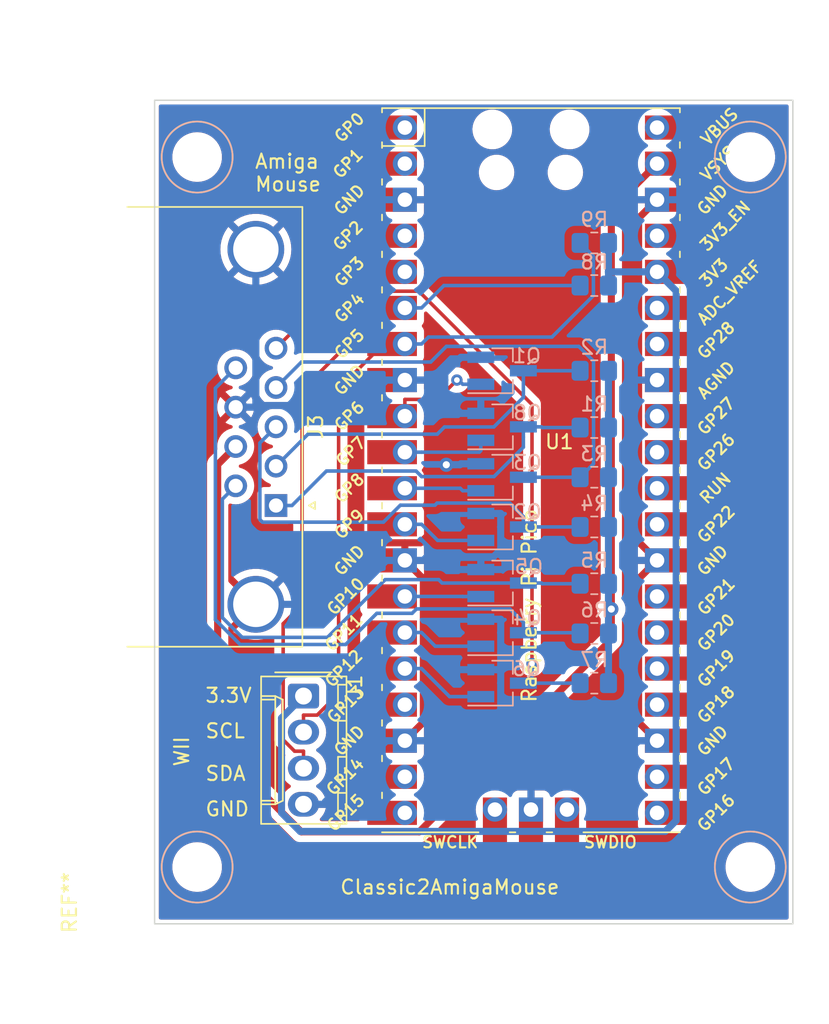
<source format=kicad_pcb>
(kicad_pcb (version 20221018) (generator pcbnew)
  (layers (0 "F.Cu" signal) (31 "B.Cu" signal) (34 "B.Paste" user) (35 "F.Paste" user) (36 "B.SilkS" user "B.Silkscreen") (37 "F.SilkS" user "F.Silkscreen") (38 "B.Mask" user) (39 "F.Mask" user) (44 "Edge.Cuts" user))
  (net 0 "")
  (net 1 "+3.3V")
  (net 2 "SCL")
  (net 3 "SDA")
  (net 4 "GND")
  (net 5 "AMIGA_V_PULSE")
  (net 6 "AMIGA_H_PULSE")
  (net 7 "AMIGA_VQ_PULSE")
  (net 8 "AMIGA_HQ_PULSE")
  (net 9 "AMIGA_BUTTON3_M")
  (net 10 "AMIGA_BUTTON1_L")
  (net 11 "+5V")
  (net 12 "AMIGA_BUTTON2_R")
  (net 13 "PICO_H_PULSE")
  (net 14 "PICO_VQ_PULSE")
  (net 15 "PICO_HQ_PULSE")
  (net 16 "PICO_BUTTON2_R")
  (net 17 "PICO_BUTTON1_L")
  (net 18 "PICO_BUTTON3_M")
  (net 19 "PICO_V_PULSE")
  (footprint "MCU_RaspberryPi_and_Boards:RPi_Pico_SMD_TH" (layer "F.Cu") (at 69.535 67.055)
    (fp_text reference "U1" (at 2 -2) (layer "F.SilkS"))
    (fp_text value "Pico")
    (fp_text user "GP12" (at -13.2 13.97 45) (layer "F.SilkS") (effects (font (size 0.8 0.8))))
    (fp_text user "SWCLK" (at -5.7 26.2) (layer "F.SilkS") (effects (font (size 0.8 0.8))))
    (fp_text user "ADC_VREF" (at 14 -12.5 45) (layer "F.SilkS") (effects (font (size 0.8 0.8))))
    (fp_text user "GP13" (at -13.054 16.51 45) (layer "F.SilkS") (effects (font (size 0.8 0.8))))
    (fp_text user "GND" (at -12.8 -6.35 45) (layer "F.SilkS") (effects (font (size 0.8 0.8))))
    (fp_text user "GP22" (at 13.054 3.81 45) (layer "F.SilkS") (effects (font (size 0.8 0.8))))
    (fp_text user "GP18" (at 13.054 16.51 45) (layer "F.SilkS") (effects (font (size 0.8 0.8))))
    (fp_text user "GP8" (at -12.8 1.27 45) (layer "F.SilkS") (effects (font (size 0.8 0.8))))
    (fp_text user "GP21" (at 13.054 8.9 45) (layer "F.SilkS") (effects (font (size 0.8 0.8))))
    (fp_text user "GP10" (at -13.054 8.89 45) (layer "F.SilkS") (effects (font (size 0.8 0.8))))
    (fp_text user "VBUS" (at 13.3 -24.2 45) (layer "F.SilkS") (effects (font (size 0.8 0.8))))
    (fp_text user "GND" (at 12.8 6.35 45) (layer "F.SilkS") (effects (font (size 0.8 0.8))))
    (fp_text user "GP20" (at 13.054 11.43 45) (layer "F.SilkS") (effects (font (size 0.8 0.8))))
    (fp_text user "GP6" (at -12.8 -3.81 45) (layer "F.SilkS") (effects (font (size 0.8 0.8))))
    (fp_text user "GP14" (at -13.1 21.59 45) (layer "F.SilkS") (effects (font (size 0.8 0.8))))
    (fp_text user "GND" (at -12.8 6.35 45) (layer "F.SilkS") (effects (font (size 0.8 0.8))))
    (fp_text user "GND" (at -12.8 19.05 45) (layer "F.SilkS") (effects (font (size 0.8 0.8))))
    (fp_text user "SWDIO" (at 5.6 26.2) (layer "F.SilkS") (effects (font (size 0.8 0.8))))
    (fp_text user "RUN" (at 13 1.27 45) (layer "F.SilkS") (effects (font (size 0.8 0.8))))
    (fp_text user "3V3" (at 12.9 -13.9 45) (layer "F.SilkS") (effects (font (size 0.8 0.8))))
    (fp_text user "GP27" (at 13.054 -3.8 45) (layer "F.SilkS") (effects (font (size 0.8 0.8))))
    (fp_text user "GP2" (at -12.9 -16.51 45) (layer "F.SilkS") (effects (font (size 0.8 0.8))))
    (fp_text user "GP4" (at -12.8 -11.43 45) (layer "F.SilkS") (effects (font (size 0.8 0.8))))
    (fp_text user "GP9" (at -12.8 3.81 45) (layer "F.SilkS") (effects (font (size 0.8 0.8))))
    (fp_text user "GND" (at 12.8 19.05 45) (layer "F.SilkS") (effects (font (size 0.8 0.8))))
    (fp_text user "GND" (at -12.8 -19.05 45) (layer "F.SilkS") (effects (font (size 0.8 0.8))))
    (fp_text user "GP26" (at 13.054 -1.27 45) (layer "F.SilkS") (effects (font (size 0.8 0.8))))
    (fp_text user "GP17" (at 13.054 21.59 45) (layer "F.SilkS") (effects (font (size 0.8 0.8))))
    (fp_text user "GP19" (at 13.054 13.97 45) (layer "F.SilkS") (effects (font (size 0.8 0.8))))
    (fp_text user "GP3" (at -12.8 -13.97 45) (layer "F.SilkS") (effects (font (size 0.8 0.8))))
    (fp_text user "GP1" (at -12.9 -21.6 45) (layer "F.SilkS") (effects (font (size 0.8 0.8))))
    (fp_text user "GP15" (at -13.054 24.13 45) (layer "F.SilkS") (effects (font (size 0.8 0.8))))
    (fp_text user "GP28" (at 13.054 -9.144 45) (layer "F.SilkS") (effects (font (size 0.8 0.8))))
    (fp_text user "GP0" (at -12.8 -24.13 45) (layer "F.SilkS") (effects (font (size 0.8 0.8))))
    (fp_text user "AGND" (at 13.054 -6.35 45) (layer "F.SilkS") (effects (font (size 0.8 0.8))))
    (fp_text user "GND" (at 12.8 -19.05 45) (layer "F.SilkS") (effects (font (size 0.8 0.8))))
    (fp_text user "GP7" (at -12.7 -1.3 45) (layer "F.SilkS") (effects (font (size 0.8 0.8))))
    (fp_text user "GP11" (at -13.2 11.43 45) (layer "F.SilkS") (effects (font (size 0.8 0.8))))
    (fp_text user "3V3_EN" (at 13.7 -17.2 45) (layer "F.SilkS") (effects (font (size 0.8 0.8))))
    (fp_text user "GP16" (at 13.054 24.13 45) (layer "F.SilkS") (effects (font (size 0.8 0.8))))
    (fp_text user "GP5" (at -12.8 -8.89 45) (layer "F.SilkS") (effects (font (size 0.8 0.8))))
    (fp_text user "VSYS" (at 13.2 -21.59 45) (layer "F.SilkS") (effects (font (size 0.8 0.8))))
    (pad "" np_thru_hole oval (at -2.725 -24) (size 1.8 1.8) (drill 1.8) (layers "*.Cu" "*.Mask"))
    (pad "" np_thru_hole oval (at -2.425 -20.97) (size 1.5 1.5) (drill 1.5) (layers "*.Cu" "*.Mask"))
    (pad "" np_thru_hole oval (at 2.425 -20.97) (size 1.5 1.5) (drill 1.5) (layers "*.Cu" "*.Mask"))
    (pad "" np_thru_hole oval (at 2.725 -24) (size 1.8 1.8) (drill 1.8) (layers "*.Cu" "*.Mask"))
    (pad "1" thru_hole oval (at -8.89 -24.13) (size 1.7 1.7) (drill 1.02) (layers "*.Cu" "*.Mask"))
    (pad "1" smd rect (at -8.89 -24.13) (size 3.5 1.7) (drill (offset -0.9 0)) (layers "F.Cu" "F.Mask"))
    (pad "2" thru_hole oval (at -8.89 -21.59) (size 1.7 1.7) (drill 1.02) (layers "*.Cu" "*.Mask"))
    (pad "2" smd rect (at -8.89 -21.59) (size 3.5 1.7) (drill (offset -0.9 0)) (layers "F.Cu" "F.Mask"))
    (pad "3" thru_hole rect (at -8.89 -19.05) (size 1.7 1.7) (drill 1.02) (layers "*.Cu" "*.Mask") (net 4 "GND"))
    (pad "3" smd rect (at -8.89 -19.05) (size 3.5 1.7) (drill (offset -0.9 0)) (layers "F.Cu" "F.Mask") (net 4 "GND"))
    (pad "4" thru_hole oval (at -8.89 -16.51) (size 1.7 1.7) (drill 1.02) (layers "*.Cu" "*.Mask"))
    (pad "4" smd rect (at -8.89 -16.51) (size 3.5 1.7) (drill (offset -0.9 0)) (layers "F.Cu" "F.Mask"))
    (pad "5" thru_hole oval (at -8.89 -13.97) (size 1.7 1.7) (drill 1.02) (layers "*.Cu" "*.Mask"))
    (pad "5" smd rect (at -8.89 -13.97) (size 3.5 1.7) (drill (offset -0.9 0)) (layers "F.Cu" "F.Mask"))
    (pad "6" thru_hole oval (at -8.89 -11.43) (size 1.7 1.7) (drill 1.02) (layers "*.Cu" "*.Mask") (net 3 "SDA"))
    (pad "6" smd rect (at -8.89 -11.43) (size 3.5 1.7) (drill (offset -0.9 0)) (layers "F.Cu" "F.Mask") (net 3 "SDA"))
    (pad "7" thru_hole oval (at -8.89 -8.89) (size 1.7 1.7) (drill 1.02) (layers "*.Cu" "*.Mask") (net 2 "SCL"))
    (pad "7" smd rect (at -8.89 -8.89) (size 3.5 1.7) (drill (offset -0.9 0)) (layers "F.Cu" "F.Mask") (net 2 "SCL"))
    (pad "8" thru_hole rect (at -8.89 -6.35) (size 1.7 1.7) (drill 1.02) (layers "*.Cu" "*.Mask") (net 4 "GND"))
    (pad "8" smd rect (at -8.89 -6.35) (size 3.5 1.7) (drill (offset -0.9 0)) (layers "F.Cu" "F.Mask") (net 4 "GND"))
    (pad "9" thru_hole oval (at -8.89 -3.81) (size 1.7 1.7) (drill 1.02) (layers "*.Cu" "*.Mask") (net 13 "PICO_H_PULSE"))
    (pad "9" smd rect (at -8.89 -3.81) (size 3.5 1.7) (drill (offset -0.9 0)) (layers "F.Cu" "F.Mask") (net 13 "PICO_H_PULSE"))
    (pad "10" thru_hole oval (at -8.89 -1.27) (size 1.7 1.7) (drill 1.02) (layers "*.Cu" "*.Mask") (net 19 "PICO_V_PULSE"))
    (pad "10" smd rect (at -8.89 -1.27) (size 3.5 1.7) (drill (offset -0.9 0)) (layers "F.Cu" "F.Mask") (net 19 "PICO_V_PULSE"))
    (pad "11" thru_hole oval (at -8.89 1.27) (size 1.7 1.7) (drill 1.02) (layers "*.Cu" "*.Mask") (net 15 "PICO_HQ_PULSE"))
    (pad "11" smd rect (at -8.89 1.27) (size 3.5 1.7) (drill (offset -0.9 0)) (layers "F.Cu" "F.Mask") (net 15 "PICO_HQ_PULSE"))
    (pad "12" thru_hole oval (at -8.89 3.81) (size 1.7 1.7) (drill 1.02) (layers "*.Cu" "*.Mask") (net 14 "PICO_VQ_PULSE"))
    (pad "12" smd rect (at -8.89 3.81) (size 3.5 1.7) (drill (offset -0.9 0)) (layers "F.Cu" "F.Mask") (net 14 "PICO_VQ_PULSE"))
    (pad "13" thru_hole rect (at -8.89 6.35) (size 1.7 1.7) (drill 1.02) (layers "*.Cu" "*.Mask") (net 4 "GND"))
    (pad "13" smd rect (at -8.89 6.35) (size 3.5 1.7) (drill (offset -0.9 0)) (layers "F.Cu" "F.Mask") (net 4 "GND"))
    (pad "14" thru_hole oval (at -8.89 8.89) (size 1.7 1.7) (drill 1.02) (layers "*.Cu" "*.Mask") (net 17 "PICO_BUTTON1_L"))
    (pad "14" smd rect (at -8.89 8.89) (size 3.5 1.7) (drill (offset -0.9 0)) (layers "F.Cu" "F.Mask") (net 17 "PICO_BUTTON1_L"))
    (pad "15" thru_hole oval (at -8.89 11.43) (size 1.7 1.7) (drill 1.02) (layers "*.Cu" "*.Mask") (net 16 "PICO_BUTTON2_R"))
    (pad "15" smd rect (at -8.89 11.43) (size 3.5 1.7) (drill (offset -0.9 0)) (layers "F.Cu" "F.Mask") (net 16 "PICO_BUTTON2_R"))
    (pad "16" thru_hole oval (at -8.89 13.97) (size 1.7 1.7) (drill 1.02) (layers "*.Cu" "*.Mask") (net 18 "PICO_BUTTON3_M"))
    (pad "16" smd rect (at -8.89 13.97) (size 3.5 1.7) (drill (offset -0.9 0)) (layers "F.Cu" "F.Mask") (net 18 "PICO_BUTTON3_M"))
    (pad "17" thru_hole oval (at -8.89 16.51) (size 1.7 1.7) (drill 1.02) (layers "*.Cu" "*.Mask"))
    (pad "17" smd rect (at -8.89 16.51) (size 3.5 1.7) (drill (offset -0.9 0)) (layers "F.Cu" "F.Mask"))
    (pad "18" thru_hole rect (at -8.89 19.05) (size 1.7 1.7) (drill 1.02) (layers "*.Cu" "*.Mask") (net 4 "GND"))
    (pad "18" smd rect (at -8.89 19.05) (size 3.5 1.7) (drill (offset -0.9 0)) (layers "F.Cu" "F.Mask") (net 4 "GND"))
    (pad "19" thru_hole oval (at -8.89 21.59) (size 1.7 1.7) (drill 1.02) (layers "*.Cu" "*.Mask"))
    (pad "19" smd rect (at -8.89 21.59) (size 3.5 1.7) (drill (offset -0.9 0)) (layers "F.Cu" "F.Mask"))
    (pad "20" thru_hole oval (at -8.89 24.13) (size 1.7 1.7) (drill 1.02) (layers "*.Cu" "*.Mask"))
    (pad "20" smd rect (at -8.89 24.13) (size 3.5 1.7) (drill (offset -0.9 0)) (layers "F.Cu" "F.Mask"))
    (pad "21" thru_hole oval (at 8.89 24.13) (size 1.7 1.7) (drill 1.02) (layers "*.Cu" "*.Mask"))
    (pad "21" smd rect (at 8.89 24.13) (size 3.5 1.7) (drill (offset 0.9 0)) (layers "F.Cu" "F.Mask"))
    (pad "22" thru_hole oval (at 8.89 21.59) (size 1.7 1.7) (drill 1.02) (layers "*.Cu" "*.Mask"))
    (pad "22" smd rect (at 8.89 21.59) (size 3.5 1.7) (drill (offset 0.9 0)) (layers "F.Cu" "F.Mask"))
    (pad "23" thru_hole rect (at 8.89 19.05) (size 1.7 1.7) (drill 1.02) (layers "*.Cu" "*.Mask") (net 4 "GND"))
    (pad "23" smd rect (at 8.89 19.05) (size 3.5 1.7) (drill (offset 0.9 0)) (layers "F.Cu" "F.Mask") (net 4 "GND"))
    (pad "24" thru_hole oval (at 8.89 16.51) (size 1.7 1.7) (drill 1.02) (layers "*.Cu" "*.Mask"))
    (pad "24" smd rect (at 8.89 16.51) (size 3.5 1.7) (drill (offset 0.9 0)) (layers "F.Cu" "F.Mask"))
    (pad "25" thru_hole oval (at 8.89 13.97) (size 1.7 1.7) (drill 1.02) (layers "*.Cu" "*.Mask"))
    (pad "25" smd rect (at 8.89 13.97) (size 3.5 1.7) (drill (offset 0.9 0)) (layers "F.Cu" "F.Mask"))
    (pad "26" thru_hole oval (at 8.89 11.43) (size 1.7 1.7) (drill 1.02) (layers "*.Cu" "*.Mask"))
    (pad "26" smd rect (at 8.89 11.43) (size 3.5 1.7) (drill (offset 0.9 0)) (layers "F.Cu" "F.Mask"))
    (pad "27" thru_hole oval (at 8.89 8.89) (size 1.7 1.7) (drill 1.02) (layers "*.Cu" "*.Mask"))
    (pad "27" smd rect (at 8.89 8.89) (size 3.5 1.7) (drill (offset 0.9 0)) (layers "F.Cu" "F.Mask"))
    (pad "28" thru_hole rect (at 8.89 6.35) (size 1.7 1.7) (drill 1.02) (layers "*.Cu" "*.Mask") (net 4 "GND"))
    (pad "28" smd rect (at 8.89 6.35) (size 3.5 1.7) (drill (offset 0.9 0)) (layers "F.Cu" "F.Mask") (net 4 "GND"))
    (pad "29" thru_hole oval (at 8.89 3.81) (size 1.7 1.7) (drill 1.02) (layers "*.Cu" "*.Mask"))
    (pad "29" smd rect (at 8.89 3.81) (size 3.5 1.7) (drill (offset 0.9 0)) (layers "F.Cu" "F.Mask"))
    (pad "30" thru_hole oval (at 8.89 1.27) (size 1.7 1.7) (drill 1.02) (layers "*.Cu" "*.Mask"))
    (pad "30" smd rect (at 8.89 1.27) (size 3.5 1.7) (drill (offset 0.9 0)) (layers "F.Cu" "F.Mask"))
    (pad "31" thru_hole oval (at 8.89 -1.27) (size 1.7 1.7) (drill 1.02) (layers "*.Cu" "*.Mask"))
    (pad "31" smd rect (at 8.89 -1.27) (size 3.5 1.7) (drill (offset 0.9 0)) (layers "F.Cu" "F.Mask"))
    (pad "32" thru_hole oval (at 8.89 -3.81) (size 1.7 1.7) (drill 1.02) (layers "*.Cu" "*.Mask"))
    (pad "32" smd rect (at 8.89 -3.81) (size 3.5 1.7) (drill (offset 0.9 0)) (layers "F.Cu" "F.Mask"))
    (pad "33" thru_hole rect (at 8.89 -6.35) (size 1.7 1.7) (drill 1.02) (layers "*.Cu" "*.Mask") (net 4 "GND"))
    (pad "33" smd rect (at 8.89 -6.35) (size 3.5 1.7) (drill (offset 0.9 0)) (layers "F.Cu" "F.Mask") (net 4 "GND"))
    (pad "34" thru_hole oval (at 8.89 -8.89) (size 1.7 1.7) (drill 1.02) (layers "*.Cu" "*.Mask"))
    (pad "34" smd rect (at 8.89 -8.89) (size 3.5 1.7) (drill (offset 0.9 0)) (layers "F.Cu" "F.Mask"))
    (pad "35" thru_hole oval (at 8.89 -11.43) (size 1.7 1.7) (drill 1.02) (layers "*.Cu" "*.Mask"))
    (pad "35" smd rect (at 8.89 -11.43) (size 3.5 1.7) (drill (offset 0.9 0)) (layers "F.Cu" "F.Mask"))
    (pad "36" thru_hole oval (at 8.89 -13.97) (size 1.7 1.7) (drill 1.02) (layers "*.Cu" "*.Mask") (net 1 "+3.3V"))
    (pad "36" smd rect (at 8.89 -13.97) (size 3.5 1.7) (drill (offset 0.9 0)) (layers "F.Cu" "F.Mask") (net 1 "+3.3V"))
    (pad "37" thru_hole oval (at 8.89 -16.51) (size 1.7 1.7) (drill 1.02) (layers "*.Cu" "*.Mask"))
    (pad "37" smd rect (at 8.89 -16.51) (size 3.5 1.7) (drill (offset 0.9 0)) (layers "F.Cu" "F.Mask"))
    (pad "38" thru_hole rect (at 8.89 -19.05) (size 1.7 1.7) (drill 1.02) (layers "*.Cu" "*.Mask") (net 4 "GND"))
    (pad "38" smd rect (at 8.89 -19.05) (size 3.5 1.7) (drill (offset 0.9 0)) (layers "F.Cu" "F.Mask") (net 4 "GND"))
    (pad "39" thru_hole oval (at 8.89 -21.59) (size 1.7 1.7) (drill 1.02) (layers "*.Cu" "*.Mask") (net 11 "+5V"))
    (pad "39" smd rect (at 8.89 -21.59) (size 3.5 1.7) (drill (offset 0.9 0)) (layers "F.Cu" "F.Mask") (net 11 "+5V"))
    (pad "40" thru_hole oval (at 8.89 -24.13) (size 1.7 1.7) (drill 1.02) (layers "*.Cu" "*.Mask"))
    (pad "40" smd rect (at 8.89 -24.13) (size 3.5 1.7) (drill (offset 0.9 0)) (layers "F.Cu" "F.Mask"))
    (pad "41" thru_hole oval (at -2.54 23.9) (size 1.7 1.7) (drill 1.02) (layers "*.Cu" "*.Mask"))
    (pad "41" smd rect (at -2.54 23.9 90) (size 3.5 1.7) (drill (offset -0.9 0)) (layers "F.Cu" "F.Mask"))
    (pad "42" thru_hole rect (at 0 23.9) (size 1.7 1.7) (drill 1.02) (layers "*.Cu" "*.Mask") (net 4 "GND"))
    (pad "42" smd rect (at 0 23.9 90) (size 3.5 1.7) (drill (offset -0.9 0)) (layers "F.Cu" "F.Mask") (net 4 "GND"))
    (pad "43" thru_hole oval (at 2.54 23.9) (size 1.7 1.7) (drill 1.02) (layers "*.Cu" "*.Mask"))
    (pad "43" smd rect (at 2.54 23.9 90) (size 3.5 1.7) (drill (offset -0.9 0)) (layers "F.Cu" "F.Mask"))
  )
  (footprint "Connector_Dsub:DSUB-9_Female_Horizontal_P2.77x2.84mm_EdgePinOffset7.70mm_Housed_MountingHolesOffset9.12mm" (layer "F.Cu") (at 51.56 69.54 -90)
    (fp_text reference "J3" (at -5.54 -2.8 -90) (layer "F.SilkS"))
    (fp_text value "DE9_Receptacle_MountingHoles")
    (pad "0" thru_hole circle (at -18.04 1.42 270) (size 4 4) (drill 3.2) (layers "*.Cu" "*.Mask") (net 4 "GND"))
    (pad "0" thru_hole circle (at 6.96 1.42 270) (size 4 4) (drill 3.2) (layers "*.Cu" "*.Mask") (net 4 "GND"))
    (pad "1" thru_hole rect (at 0 0 270) (size 1.6 1.6) (drill 1) (layers "*.Cu" "*.Mask") (net 5 "AMIGA_V_PULSE"))
    (pad "2" thru_hole circle (at -2.77 0 270) (size 1.6 1.6) (drill 1) (layers "*.Cu" "*.Mask") (net 6 "AMIGA_H_PULSE"))
    (pad "3" thru_hole circle (at -5.54 0 270) (size 1.6 1.6) (drill 1) (layers "*.Cu" "*.Mask") (net 7 "AMIGA_VQ_PULSE"))
    (pad "4" thru_hole circle (at -8.31 0 270) (size 1.6 1.6) (drill 1) (layers "*.Cu" "*.Mask") (net 8 "AMIGA_HQ_PULSE"))
    (pad "5" thru_hole circle (at -11.08 0 270) (size 1.6 1.6) (drill 1) (layers "*.Cu" "*.Mask") (net 9 "AMIGA_BUTTON3_M"))
    (pad "6" thru_hole circle (at -1.385 2.84 270) (size 1.6 1.6) (drill 1) (layers "*.Cu" "*.Mask") (net 10 "AMIGA_BUTTON1_L"))
    (pad "7" thru_hole circle (at -4.155 2.84 270) (size 1.6 1.6) (drill 1) (layers "*.Cu" "*.Mask") (net 11 "+5V"))
    (pad "8" thru_hole circle (at -6.925 2.84 270) (size 1.6 1.6) (drill 1) (layers "*.Cu" "*.Mask") (net 4 "GND"))
    (pad "9" thru_hole circle (at -9.695 2.84 270) (size 1.6 1.6) (drill 1) (layers "*.Cu" "*.Mask") (net 12 "AMIGA_BUTTON2_R"))
  )
  (footprint "Connector_Molex:Molex_KK-254_AE-6410-04A_1x04_P2.54mm_Vertical" (layer "F.Cu") (at 53.5 82.96 -90)
    (fp_text reference "J1" (at -0.64 -3.62 90) (layer "F.SilkS"))
    (fp_text value "Wii_Classic_Controller")
    (pad "1" thru_hole roundrect (at 0 0 270) (size 1.74 2.19) (drill 1.19) (layers "*.Cu" "*.Mask") (roundrect_rratio 0.143678) (net 1 "+3.3V"))
    (pad "2" thru_hole oval (at 2.54 0 270) (size 1.74 2.19) (drill 1.19) (layers "*.Cu" "*.Mask") (net 2 "SCL"))
    (pad "3" thru_hole oval (at 5.08 0 270) (size 1.74 2.19) (drill 1.19) (layers "*.Cu" "*.Mask") (net 3 "SDA"))
    (pad "4" thru_hole oval (at 7.62 0 270) (size 1.74 2.19) (drill 1.19) (layers "*.Cu" "*.Mask") (net 4 "GND"))
  )
  (footprint "classic2gameport:G026" (layer "F.Cu") (at 46 95 90)
    (fp_text reference "REF**" (at -2.5 -9 90) (layer "F.SilkS"))
    (fp_text value "G026")
    (pad "" np_thru_hole circle (at 0 0 90) (size 3 3) (drill 3) (layers "*.Cu" "*.Mask"))
    (pad "" np_thru_hole circle (at 0 39 90) (size 3 3) (drill 3) (layers "*.Cu" "*.Mask"))
    (pad "" np_thru_hole circle (at 50 0 90) (size 3 3) (drill 3) (layers "*.Cu" "*.Mask"))
    (pad "" np_thru_hole circle (at 50 39 90) (size 3 3) (drill 3) (layers "*.Cu" "*.Mask"))
  )
  (footprint "Resistor_SMD:R_0805_2012Metric_Pad1.20x1.40mm_HandSolder" (layer "B.Cu") (at 74 75.05 180)
    (fp_text reference "R5" (at 0 1.65) (layer "B.SilkS") (effects (justify mirror)))
    (fp_text value "10kR")
    (pad "1" smd roundrect (at -1 0 180) (size 1.2 1.4) (layers "B.Cu" "B.Paste" "B.Mask") (roundrect_rratio 0.208333) (net 11 "+5V"))
    (pad "2" smd roundrect (at 1 0 180) (size 1.2 1.4) (layers "B.Cu" "B.Paste" "B.Mask") (roundrect_rratio 0.208333) (net 10 "AMIGA_BUTTON1_L"))
  )
  (footprint "Resistor_SMD:R_0805_2012Metric_Pad1.20x1.40mm_HandSolder" (layer "B.Cu") (at 74 82.05 180)
    (fp_text reference "R7" (at 0 1.65) (layer "B.SilkS") (effects (justify mirror)))
    (fp_text value "10kR")
    (pad "1" smd roundrect (at -1 0 180) (size 1.2 1.4) (layers "B.Cu" "B.Paste" "B.Mask") (roundrect_rratio 0.208333) (net 11 "+5V"))
    (pad "2" smd roundrect (at 1 0 180) (size 1.2 1.4) (layers "B.Cu" "B.Paste" "B.Mask") (roundrect_rratio 0.208333) (net 9 "AMIGA_BUTTON3_M"))
  )
  (footprint "Package_TO_SOT_SMD:SOT-23_Handsoldering" (layer "B.Cu") (at 67.5 60.05)
    (fp_text reference "Q1" (at 1.742107 -1.050102) (layer "B.SilkS") (effects (justify mirror)))
    (fp_text value "Q_NMOS_GSD")
    (pad "1" smd rect (at -1.5 0.95) (size 1.9 0.8) (layers "B.Cu" "B.Paste" "B.Mask") (net 13 "PICO_H_PULSE"))
    (pad "2" smd rect (at -1.5 -0.95) (size 1.9 0.8) (layers "B.Cu" "B.Paste" "B.Mask") (net 4 "GND"))
    (pad "3" smd rect (at 1.5 0) (size 1.9 0.8) (layers "B.Cu" "B.Paste" "B.Mask") (net 6 "AMIGA_H_PULSE"))
  )
  (footprint "Package_TO_SOT_SMD:SOT-23_Handsoldering" (layer "B.Cu") (at 67.5 64)
    (fp_text reference "Q8" (at 1.790318 -0.998629) (layer "B.SilkS") (effects (justify mirror)))
    (fp_text value "Q_NMOS_GSD")
    (pad "1" smd rect (at -1.5 0.95) (size 1.9 0.8) (layers "B.Cu" "B.Paste" "B.Mask") (net 19 "PICO_V_PULSE"))
    (pad "2" smd rect (at -1.5 -0.95) (size 1.9 0.8) (layers "B.Cu" "B.Paste" "B.Mask") (net 4 "GND"))
    (pad "3" smd rect (at 1.5 0) (size 1.9 0.8) (layers "B.Cu" "B.Paste" "B.Mask") (net 5 "AMIGA_V_PULSE"))
  )
  (footprint "Package_TO_SOT_SMD:SOT-23_Handsoldering" (layer "B.Cu") (at 67.5 75)
    (fp_text reference "Q5" (at 1.886739 -1.151262) (layer "B.SilkS") (effects (justify mirror)))
    (fp_text value "Q_NMOS_GSD")
    (pad "1" smd rect (at -1.5 0.95) (size 1.9 0.8) (layers "B.Cu" "B.Paste" "B.Mask") (net 17 "PICO_BUTTON1_L"))
    (pad "2" smd rect (at -1.5 -0.95) (size 1.9 0.8) (layers "B.Cu" "B.Paste" "B.Mask") (net 4 "GND"))
    (pad "3" smd rect (at 1.5 0) (size 1.9 0.8) (layers "B.Cu" "B.Paste" "B.Mask") (net 10 "AMIGA_BUTTON1_L"))
  )
  (footprint "Package_TO_SOT_SMD:SOT-23_Handsoldering" (layer "B.Cu") (at 67.5 71.05)
    (fp_text reference "Q2" (at 1.78476 -1.061687) (layer "B.SilkS") (effects (justify mirror)))
    (fp_text value "Q_NMOS_GSD")
    (pad "1" smd rect (at -1.5 0.95) (size 1.9 0.8) (layers "B.Cu" "B.Paste" "B.Mask") (net 14 "PICO_VQ_PULSE"))
    (pad "2" smd rect (at -1.5 -0.95) (size 1.9 0.8) (layers "B.Cu" "B.Paste" "B.Mask") (net 4 "GND"))
    (pad "3" smd rect (at 1.5 0) (size 1.9 0.8) (layers "B.Cu" "B.Paste" "B.Mask") (net 7 "AMIGA_VQ_PULSE"))
  )
  (footprint "Resistor_SMD:R_0805_2012Metric_Pad1.20x1.40mm_HandSolder" (layer "B.Cu") (at 74 60.05 180)
    (fp_text reference "R2" (at 0 1.65) (layer "B.SilkS") (effects (justify mirror)))
    (fp_text value "10kR")
    (pad "1" smd roundrect (at -1 0 180) (size 1.2 1.4) (layers "B.Cu" "B.Paste" "B.Mask") (roundrect_rratio 0.208333) (net 11 "+5V"))
    (pad "2" smd roundrect (at 1 0 180) (size 1.2 1.4) (layers "B.Cu" "B.Paste" "B.Mask") (roundrect_rratio 0.208333) (net 6 "AMIGA_H_PULSE"))
  )
  (footprint "Resistor_SMD:R_0805_2012Metric_Pad1.20x1.40mm_HandSolder" (layer "B.Cu") (at 74 64.05 180)
    (fp_text reference "R1" (at 0 1.65) (layer "B.SilkS") (effects (justify mirror)))
    (fp_text value "10kR")
    (pad "1" smd roundrect (at -1 0 180) (size 1.2 1.4) (layers "B.Cu" "B.Paste" "B.Mask") (roundrect_rratio 0.208333) (net 11 "+5V"))
    (pad "2" smd roundrect (at 1 0 180) (size 1.2 1.4) (layers "B.Cu" "B.Paste" "B.Mask") (roundrect_rratio 0.208333) (net 5 "AMIGA_V_PULSE"))
  )
  (footprint "Resistor_SMD:R_0805_2012Metric_Pad1.20x1.40mm_HandSolder" (layer "B.Cu") (at 74 67.55 180)
    (fp_text reference "R3" (at 0 1.65) (layer "B.SilkS") (effects (justify mirror)))
    (fp_text value "10kR")
    (pad "1" smd roundrect (at -1 0 180) (size 1.2 1.4) (layers "B.Cu" "B.Paste" "B.Mask") (roundrect_rratio 0.208333) (net 11 "+5V"))
    (pad "2" smd roundrect (at 1 0 180) (size 1.2 1.4) (layers "B.Cu" "B.Paste" "B.Mask") (roundrect_rratio 0.208333) (net 8 "AMIGA_HQ_PULSE"))
  )
  (footprint "Package_TO_SOT_SMD:SOT-23_Handsoldering" (layer "B.Cu") (at 67.5 78.5)
    (fp_text reference "Q4" (at 1.78476 -1.048699) (layer "B.SilkS") (effects (justify mirror)))
    (fp_text value "Q_NMOS_GSD")
    (pad "1" smd rect (at -1.5 0.95) (size 1.9 0.8) (layers "B.Cu" "B.Paste" "B.Mask") (net 16 "PICO_BUTTON2_R"))
    (pad "2" smd rect (at -1.5 -0.95) (size 1.9 0.8) (layers "B.Cu" "B.Paste" "B.Mask") (net 4 "GND"))
    (pad "3" smd rect (at 1.5 0) (size 1.9 0.8) (layers "B.Cu" "B.Paste" "B.Mask") (net 12 "AMIGA_BUTTON2_R"))
  )
  (footprint "Resistor_SMD:R_0805_2012Metric_Pad1.20x1.40mm_HandSolder" (layer "B.Cu") (at 74 78.55 180)
    (fp_text reference "R6" (at 0 1.65) (layer "B.SilkS") (effects (justify mirror)))
    (fp_text value "10kR")
    (pad "1" smd roundrect (at -1 0 180) (size 1.2 1.4) (layers "B.Cu" "B.Paste" "B.Mask") (roundrect_rratio 0.208333) (net 11 "+5V"))
    (pad "2" smd roundrect (at 1 0 180) (size 1.2 1.4) (layers "B.Cu" "B.Paste" "B.Mask") (roundrect_rratio 0.208333) (net 12 "AMIGA_BUTTON2_R"))
  )
  (footprint "Package_TO_SOT_SMD:SOT-23_Handsoldering" (layer "B.Cu") (at 67.5 82.05)
    (fp_text reference "Q6" (at 1.726908 -1.011836) (layer "B.SilkS") (effects (justify mirror)))
    (fp_text value "Q_NMOS_GSD")
    (pad "1" smd rect (at -1.5 0.95) (size 1.9 0.8) (layers "B.Cu" "B.Paste" "B.Mask") (net 18 "PICO_BUTTON3_M"))
    (pad "2" smd rect (at -1.5 -0.95) (size 1.9 0.8) (layers "B.Cu" "B.Paste" "B.Mask") (net 4 "GND"))
    (pad "3" smd rect (at 1.5 0) (size 1.9 0.8) (layers "B.Cu" "B.Paste" "B.Mask") (net 9 "AMIGA_BUTTON3_M"))
  )
  (footprint "Resistor_SMD:R_0805_2012Metric_Pad1.20x1.40mm_HandSolder" (layer "B.Cu") (at 74 51.05 180)
    (fp_text reference "R9" (at 0 1.65) (layer "B.SilkS") (effects (justify mirror)))
    (fp_text value "4.7kR")
    (pad "1" smd roundrect (at -1 0 180) (size 1.2 1.4) (layers "B.Cu" "B.Paste" "B.Mask") (roundrect_rratio 0.208333) (net 1 "+3.3V"))
    (pad "2" smd roundrect (at 1 0 180) (size 1.2 1.4) (layers "B.Cu" "B.Paste" "B.Mask") (roundrect_rratio 0.208333) (net 2 "SCL"))
  )
  (footprint "Resistor_SMD:R_0805_2012Metric_Pad1.20x1.40mm_HandSolder" (layer "B.Cu") (at 74 54.05 180)
    (fp_text reference "R8" (at 0 1.65) (layer "B.SilkS") (effects (justify mirror)))
    (fp_text value "4.7kR")
    (pad "1" smd roundrect (at -1 0 180) (size 1.2 1.4) (layers "B.Cu" "B.Paste" "B.Mask") (roundrect_rratio 0.208333) (net 1 "+3.3V"))
    (pad "2" smd roundrect (at 1 0 180) (size 1.2 1.4) (layers "B.Cu" "B.Paste" "B.Mask") (roundrect_rratio 0.208333) (net 3 "SDA"))
  )
  (footprint "Package_TO_SOT_SMD:SOT-23_Handsoldering" (layer "B.Cu") (at 67.5 67.55)
    (fp_text reference "Q3" (at 1.790318 -1.029261) (layer "B.SilkS") (effects (justify mirror)))
    (fp_text value "Q_NMOS_GSD")
    (pad "1" smd rect (at -1.5 0.95) (size 1.9 0.8) (layers "B.Cu" "B.Paste" "B.Mask") (net 15 "PICO_HQ_PULSE"))
    (pad "2" smd rect (at -1.5 -0.95) (size 1.9 0.8) (layers "B.Cu" "B.Paste" "B.Mask") (net 4 "GND"))
    (pad "3" smd rect (at 1.5 0) (size 1.9 0.8) (layers "B.Cu" "B.Paste" "B.Mask") (net 8 "AMIGA_HQ_PULSE"))
  )
  (footprint "Resistor_SMD:R_0805_2012Metric_Pad1.20x1.40mm_HandSolder" (layer "B.Cu") (at 74 71.05 180)
    (fp_text reference "R4" (at 0 1.65) (layer "B.SilkS") (effects (justify mirror)))
    (fp_text value "10kR")
    (pad "1" smd roundrect (at -1 0 180) (size 1.2 1.4) (layers "B.Cu" "B.Paste" "B.Mask") (roundrect_rratio 0.208333) (net 11 "+5V"))
    (pad "2" smd roundrect (at 1 0 180) (size 1.2 1.4) (layers "B.Cu" "B.Paste" "B.Mask") (roundrect_rratio 0.208333) (net 7 "AMIGA_VQ_PULSE"))
  )
  (gr_rect (start 43 41) (end 88 99) (stroke (width 0.1)) (fill none) (layer "Edge.Cuts"))
  (gr_text "V1" (at 77.5 97.5) (layer "F.Cu") (effects (font (size 1.5 1.5) (thickness 0.3) bold) (justify left bottom)))
  (gr_text "GND" (at 46.5 91.5) (layer "F.SilkS") (effects (font (size 1 1)) (justify left bottom)))
  (gr_text "Raspberry Pi Pico" (at 70 83.5 90) (layer "F.SilkS") (effects (font (size 1 1)) (justify left bottom)))
  (gr_text "Classic2AmigaMouse" (at 56 97) (layer "F.SilkS") (effects (font (size 1 1)) (justify left bottom)))
  (gr_text "SDA" (at 46.5 89) (layer "F.SilkS") (effects (font (size 1 1)) (justify left bottom)))
  (gr_text "WII" (at 45.5 88 90) (layer "F.SilkS") (effects (font (size 1 1)) (justify left bottom)))
  (gr_text "Amiga\nMouse" (at 50 47.5) (layer "F.SilkS") (effects (font (size 1 1)) (justify left bottom)))
  (gr_text "3.3V" (at 46.5 83.5) (layer "F.SilkS") (effects (font (size 1 1)) (justify left bottom)))
  (gr_text "SCL" (at 46.5 86) (layer "F.SilkS") (effects (font (size 1 1)) (justify left bottom)))
  (segment (start 78.425 53.085) (end 77.1231 53.085) (width 0.5) (layer "B.Cu") (net 1))
  (segment (start 79.7731 91.7233) (end 79.0057 92.4907) (width 0.5) (layer "B.Cu") (net 1))
  (segment (start 75 53.085) (end 75 51.05) (width 0.5) (layer "B.Cu") (net 1))
  (segment (start 78.425 53.085) (end 79.7731 54.4331) (width 0.5) (layer "B.Cu") (net 1))
  (segment (start 79.0057 92.4907) (end 53.2645 92.4907) (width 0.5) (layer "B.Cu") (net 1))
  (segment (start 75 53.085) (end 77.1231 53.085) (width 0.5) (layer "B.Cu") (net 1))
  (segment (start 51.9496 84.5104) (end 53.5 82.96) (width 0.5) (layer "B.Cu") (net 1))
  (segment (start 79.7731 54.4331) (end 79.7731 91.7233) (width 0.5) (layer "B.Cu") (net 1))
  (segment (start 75 54.05) (end 75 53.085) (width 0.5) (layer "B.Cu") (net 1))
  (segment (start 53.2645 92.4907) (end 51.9496 91.1758) (width 0.5) (layer "B.Cu") (net 1))
  (segment (start 51.9496 91.1758) (end 51.9496 84.5104) (width 0.5) (layer "B.Cu") (net 1))
  (segment (start 55.9748 82.7872) (end 54.4589 84.3031) (width 0.25) (layer "F.Cu") (net 2))
  (segment (start 53.5 85.5) (end 53.5 84.3031) (width 0.25) (layer "F.Cu") (net 2))
  (segment (start 60.645 58.165) (end 59.1364 58.165) (width 0.25) (layer "F.Cu") (net 2))
  (segment (start 54.4589 84.3031) (end 53.5 84.3031) (width 0.25) (layer "F.Cu") (net 2))
  (segment (start 55.9748 61.3266) (end 55.9748 82.7872) (width 0.25) (layer "F.Cu") (net 2))
  (segment (start 59.1364 58.165) (end 55.9748 61.3266) (width 0.25) (layer "F.Cu") (net 2))
  (segment (start 73.9361 54.7577) (end 71.0164 57.6774) (width 0.25) (layer "B.Cu") (net 2))
  (segment (start 71.0164 57.6774) (end 62.3095 57.6774) (width 0.25) (layer "B.Cu") (net 2))
  (segment (start 62.3095 57.6774) (end 61.8219 58.165) (width 0.25) (layer "B.Cu") (net 2))
  (segment (start 73 51.05) (end 73.9361 51.9861) (width 0.25) (layer "B.Cu") (net 2))
  (segment (start 73.9361 51.9861) (end 73.9361 54.7577) (width 0.25) (layer "B.Cu") (net 2))
  (segment (start 60.645 58.165) (end 61.8219 58.165) (width 0.25) (layer "B.Cu") (net 2))
  (segment (start 52.8691 86.8431) (end 53.5 86.8431) (width 0.25) (layer "F.Cu") (net 3))
  (segment (start 53.4022 76.5286) (end 52.0657 77.8651) (width 0.25) (layer "F.Cu") (net 3))
  (segment (start 53.5 88.04) (end 53.5 86.8431) (width 0.25) (layer "F.Cu") (net 3))
  (segment (start 52.0657 77.8651) (end 52.0657 86.0397) (width 0.25) (layer "F.Cu") (net 3))
  (segment (start 53.4022 61.4058) (end 53.4022 76.5286) (width 0.25) (layer "F.Cu") (net 3))
  (segment (start 52.0657 86.0397) (end 52.8691 86.8431) (width 0.25) (layer "F.Cu") (net 3))
  (segment (start 60.645 55.625) (end 59.183 55.625) (width 0.25) (layer "F.Cu") (net 3))
  (segment (start 59.183 55.625) (end 53.4022 61.4058) (width 0.25) (layer "F.Cu") (net 3))
  (segment (start 60.645 55.625) (end 61.8219 55.625) (width 0.25) (layer "B.Cu") (net 3))
  (segment (start 63.3969 54.05) (end 61.8219 55.625) (width 0.25) (layer "B.Cu") (net 3))
  (segment (start 73 54.05) (end 63.3969 54.05) (width 0.25) (layer "B.Cu") (net 3))
  (segment (start 57.8078 72.1669) (end 57.5391 71.8982) (width 0.5) (layer "F.Cu") (net 4))
  (segment (start 77.1231 49.3069) (end 78.425 48.005) (width 0.5) (layer "F.Cu") (net 4))
  (segment (start 60.645 72.1669) (end 60.645 73.405) (width 0.5) (layer "F.Cu") (net 4))
  (segment (start 78.425 73.405) (end 77.1231 72.1031) (width 0.5) (layer "F.Cu") (net 4))
  (segment (start 60.645 72.1669) (end 57.8078 72.1669) (width 0.5) (layer "F.Cu") (net 4))
  (segment (start 50.14 51.5) (end 53.635 48.005) (width 0.5) (layer "F.Cu") (net 4))
  (segment (start 78.425 60.705) (end 77.1231 60.705) (width 0.5) (layer "F.Cu") (net 4))
  (segment (start 53.635 48.005) (end 60.645 48.005) (width 0.5) (layer "F.Cu") (net 4))
  (segment (start 63.5662 70.3526) (end 61.7519 72.1669) (width 0.5) (layer "F.Cu") (net 4))
  (segment (start 77.1231 72.1031) (end 77.1231 60.705) (width 0.5) (layer "F.Cu") (net 4))
  (segment (start 77.1231 60.705) (end 77.1231 49.3069) (width 0.5) (layer "F.Cu") (net 4))
  (segment (start 59.0208 60.705) (end 60.645 60.705) (width 0.5) (layer "F.Cu") (net 4))
  (segment (start 60.645 86.105) (end 61.9469 84.8031) (width 0.5) (layer "F.Cu") (net 4))
  (segment (start 61.9469 84.8031) (end 61.9469 74.7069) (width 0.5) (layer "F.Cu") (net 4))
  (segment (start 78.425 86.105) (end 77.1231 84.8031) (width 0.5) (layer "F.Cu") (net 4))
  (segment (start 63.5662 66.6703) (end 63.5662 70.3526) (width 0.5) (layer "F.Cu") (net 4))
  (segment (start 61.7519 72.1669) (end 60.645 72.1669) (width 0.5) (layer "F.Cu") (net 4))
  (segment (start 57.5391 62.1867) (end 59.0208 60.705) (width 0.5) (layer "F.Cu") (net 4))
  (segment (start 57.5391 71.8982) (end 57.5391 62.1867) (width 0.5) (layer "F.Cu") (net 4))
  (segment (start 77.1231 74.7069) (end 78.425 73.405) (width 0.5) (layer "F.Cu") (net 4))
  (segment (start 61.9469 74.7069) (end 60.645 73.405) (width 0.5) (layer "F.Cu") (net 4))
  (segment (start 77.1231 84.8031) (end 77.1231 74.7069) (width 0.5) (layer "F.Cu") (net 4))
  (via (at 63.5662 66.6703) (size 1) (drill 0.5) (layers "F.Cu" "B.Cu") (net 4))
  (segment (start 66 77.55) (end 67.4019 77.55) (width 0.5) (layer "B.Cu") (net 4))
  (segment (start 66 70.1) (end 67.4019 70.1) (width 0.5) (layer "B.Cu") (net 4))
  (segment (start 59.9941 86.105) (end 60.645 86.105) (width 0.5) (layer "B.Cu") (net 4))
  (segment (start 55.0469 90.58) (end 55.0469 90.4012) (width 0.5) (layer "B.Cu") (net 4))
  (segment (start 57.5525 62.4956) (end 50.14 62.4956) (width 0.5) (layer "B.Cu") (net 4))
  (segment (start 59.3431 60.705) (end 57.5525 62.4956) (width 0.5) (layer "B.Cu") (net 4))
  (segment (start 64.5981 59.1) (end 63.4605 60.2376) (width 0.5) (layer "B.Cu") (net 4))
  (segment (start 63.4605 61.9124) (end 64.5981 63.05) (width 0.5) (layer "B.Cu") (net 4))
  (segment (start 55.0469 90.4012) (end 59.3431 86.105) (width 0.5) (layer "B.Cu") (net 4))
  (segment (start 53.5 90.58) (end 55.0469 90.58) (width 0.5) (layer "B.Cu") (net 4))
  (segment (start 59.9941 86.105) (end 59.3431 86.105) (width 0.5) (layer "B.Cu") (net 4))
  (segment (start 61.9469 73.405) (end 62.1538 73.1981) (width 0.5) (layer "B.Cu") (net 4))
  (segment (start 62.1538 73.1981) (end 66 73.1981) (width 0.5) (layer "B.Cu") (net 4))
  (segment (start 74.99 88.2381) (end 69.535 88.2381) (width 0.5) (layer "B.Cu") (net 4))
  (segment (start 50.14 76.5) (end 56.2481 76.5) (width 0.5) (layer "B.Cu") (net 4))
  (segment (start 50.14 62.4956) (end 50.0206 62.615) (width 0.5) (layer "B.Cu") (net 4))
  (segment (start 64.5278 66.6703) (end 63.5662 66.6703) (width 0.5) (layer "B.Cu") (net 4))
  (segment (start 66 81.1) (end 67.4019 81.1) (width 0.5) (layer "B.Cu") (net 4))
  (segment (start 60.0469 60.705) (end 59.3431 60.705) (width 0.5) (layer "B.Cu") (net 4))
  (segment (start 66 74.05) (end 66 73.1981) (width 0.5) (layer "B.Cu") (net 4))
  (segment (start 50.0206 62.615) (end 48.72 62.615) (width 0.5) (layer "B.Cu") (net 4))
  (segment (start 77.1231 86.105) (end 74.99 88.2381) (width 0.5) (layer "B.Cu") (net 4))
  (segment (start 60.0469 60.705) (end 60.645 60.705) (width 0.5) (layer "B.Cu") (net 4))
  (segment (start 60.0469 73.405) (end 59.3431 73.405) (width 0.5) (layer "B.Cu") (net 4))
  (segment (start 66 59.1) (end 64.5981 59.1) (width 0.5) (layer "B.Cu") (net 4))
  (segment (start 66.8519 73.1981) (end 67.4019 72.6481) (width 0.5) (layer "B.Cu") (net 4))
  (segment (start 66 66.6) (end 64.5981 66.6) (width 0.5) (layer "B.Cu") (net 4))
  (segment (start 50.14 51.5) (end 50.14 62.4956) (width 0.5) (layer "B.Cu") (net 4))
  (segment (start 64.5981 66.6) (end 64.5278 66.6703) (width 0.5) (layer "B.Cu") (net 4))
  (segment (start 78.425 86.105) (end 77.1231 86.105) (width 0.5) (layer "B.Cu") (net 4))
  (segment (start 61.9469 60.705) (end 63.4605 60.705) (width 0.5) (layer "B.Cu") (net 4))
  (segment (start 56.2481 76.5) (end 59.3431 73.405) (width 0.5) (layer "B.Cu") (net 4))
  (segment (start 63.4605 60.2376) (end 63.4605 60.705) (width 0.5) (layer "B.Cu") (net 4))
  (segment (start 67.4019 86.105) (end 69.535 88.2381) (width 0.5) (layer "B.Cu") (net 4))
  (segment (start 63.4605 60.705) (end 63.4605 61.9124) (width 0.5) (layer "B.Cu") (net 4))
  (segment (start 60.645 60.705) (end 61.9469 60.705) (width 0.5) (layer "B.Cu") (net 4))
  (segment (start 66 63.05) (end 64.5981 63.05) (width 0.5) (layer "B.Cu") (net 4))
  (segment (start 66 73.1981) (end 66.8519 73.1981) (width 0.5) (layer "B.Cu") (net 4))
  (segment (start 69.535 88.2381) (end 69.535 90.955) (width 0.5) (layer "B.Cu") (net 4))
  (segment (start 67.4019 72.6481) (end 67.4019 70.1) (width 0.5) (layer "B.Cu") (net 4))
  (segment (start 67.4019 81.1) (end 67.4019 86.105) (width 0.5) (layer "B.Cu") (net 4))
  (segment (start 60.645 86.105) (end 61.9469 86.105) (width 0.5) (layer "B.Cu") (net 4))
  (segment (start 67.4019 86.105) (end 61.9469 86.105) (width 0.5) (layer "B.Cu") (net 4))
  (segment (start 60.645 73.405) (end 61.9469 73.405) (width 0.5) (layer "B.Cu") (net 4))
  (segment (start 60.0469 73.405) (end 60.645 73.405) (width 0.5) (layer "B.Cu") (net 4))
  (segment (start 67.4019 77.55) (end 67.4019 81.1) (width 0.5) (layer "B.Cu") (net 4))
  (segment (start 69 64) (end 70.2769 64) (width 0.25) (layer "B.Cu") (net 5))
  (segment (start 73 64.05) (end 70.3269 64.05) (width 0.25) (layer "B.Cu") (net 5))
  (segment (start 61.4344 67.1113) (end 55.1156 67.1113) (width 0.25) (layer "B.Cu") (net 5))
  (segment (start 61.8269 67.5038) (end 61.4344 67.1113) (width 0.25) (layer "B.Cu") (net 5))
  (segment (start 69 64.7269) (end 69 65.433) (width 0.25) (layer "B.Cu") (net 5))
  (segment (start 69 64) (end 69 64.7269) (width 0.25) (layer "B.Cu") (net 5))
  (segment (start 51.56 69.54) (end 52.6869 69.54) (width 0.25) (layer "B.Cu") (net 5))
  (segment (start 70.3269 64.05) (end 70.2769 64) (width 0.25) (layer "B.Cu") (net 5))
  (segment (start 69 65.433) (end 66.9292 67.5038) (width 0.25) (layer "B.Cu") (net 5))
  (segment (start 55.1156 67.1113) (end 52.6869 69.54) (width 0.25) (layer "B.Cu") (net 5))
  (segment (start 66.9292 67.5038) (end 61.8269 67.5038) (width 0.25) (layer "B.Cu") (net 5))
  (segment (start 69 60.05) (end 69 61.9252) (width 0.25) (layer "B.Cu") (net 6))
  (segment (start 73 60.05) (end 69 60.05) (width 0.25) (layer "B.Cu") (net 6))
  (segment (start 63.4377 64.0088) (end 62.9315 64.515) (width 0.25) (layer "B.Cu") (net 6))
  (segment (start 62.9315 64.515) (end 53.815 64.515) (width 0.25) (layer "B.Cu") (net 6))
  (segment (start 66.9164 64.0088) (end 63.4377 64.0088) (width 0.25) (layer "B.Cu") (net 6))
  (segment (start 53.815 64.515) (end 51.56 66.77) (width 0.25) (layer "B.Cu") (net 6))
  (segment (start 69 61.9252) (end 66.9164 64.0088) (width 0.25) (layer "B.Cu") (net 6))
  (segment (start 50.6085 70.7123) (end 59.1333 70.7123) (width 0.25) (layer "B.Cu") (net 7))
  (segment (start 59.1333 70.7123) (end 60.3269 69.5187) (width 0.25) (layer "B.Cu") (net 7))
  (segment (start 73 71.05) (end 69 71.05) (width 0.25) (layer "B.Cu") (net 7))
  (segment (start 51.56 64) (end 50.4228 65.1372) (width 0.25) (layer "B.Cu") (net 7))
  (segment (start 60.3269 69.5187) (end 62.765 69.5187) (width 0.25) (layer "B.Cu") (net 7))
  (segment (start 68.0429 69.366) (end 69 70.3231) (width 0.25) (layer "B.Cu") (net 7))
  (segment (start 69 71.05) (end 69 70.3231) (width 0.25) (layer "B.Cu") (net 7))
  (segment (start 62.765 69.5187) (end 62.9177 69.366) (width 0.25) (layer "B.Cu") (net 7))
  (segment (start 50.4228 70.5266) (end 50.6085 70.7123) (width 0.25) (layer "B.Cu") (net 7))
  (segment (start 50.4228 65.1372) (end 50.4228 70.5266) (width 0.25) (layer "B.Cu") (net 7))
  (segment (start 62.9177 69.366) (end 68.0429 69.366) (width 0.25) (layer "B.Cu") (net 7))
  (segment (start 63.5699 58.3338) (end 72.9061 58.3338) (width 0.25) (layer "B.Cu") (net 8))
  (segment (start 53.3549 59.4351) (end 62.4686 59.4351) (width 0.25) (layer "B.Cu") (net 8))
  (segment (start 51.56 61.23) (end 53.3549 59.4351) (width 0.25) (layer "B.Cu") (net 8))
  (segment (start 62.4686 59.4351) (end 63.5699 58.3338) (width 0.25) (layer "B.Cu") (net 8))
  (segment (start 73 67.55) (end 69 67.55) (width 0.25) (layer "B.Cu") (net 8))
  (segment (start 73.9461 59.3738) (end 73.9461 66.6039) (width 0.25) (layer "B.Cu") (net 8))
  (segment (start 72.9061 58.3338) (end 73.9461 59.3738) (width 0.25) (layer "B.Cu") (net 8))
  (segment (start 73.9461 66.6039) (end 73 67.55) (width 0.25) (layer "B.Cu") (net 8))
  (segment (start 69.6085 80.675) (end 69.6085 62.4262) (width 0.25) (layer "F.Cu") (net 9))
  (segment (start 61.6304 54.4481) (end 55.5719 54.4481) (width 0.25) (layer "F.Cu") (net 9))
  (segment (start 69.6085 62.4262) (end 61.6304 54.4481) (width 0.25) (layer "F.Cu") (net 9))
  (segment (start 55.5719 54.4481) (end 51.56 58.46) (width 0.25) (layer "F.Cu") (net 9))
  (via (at 69.6085 80.675) (size 0.8) (drill 0.4) (layers "F.Cu" "B.Cu") (net 9))
  (segment (start 69.6085 82.05) (end 69 82.05) (width 0.25) (layer "B.Cu") (net 9))
  (segment (start 73 82.05) (end 69.6085 82.05) (width 0.25) (layer "B.Cu") (net 9))
  (segment (start 69.6085 82.05) (end 69.6085 80.675) (width 0.25) (layer "B.Cu") (net 9))
  (segment (start 63.0259 74.7572) (end 63.2687 75) (width 0.25) (layer "B.Cu") (net 10))
  (segment (start 59.2623 74.7572) (end 63.0259 74.7572) (width 0.25) (layer "B.Cu") (net 10))
  (segment (start 47.7767 69.0983) (end 47.7767 77.4303) (width 0.25) (layer "B.Cu") (net 10))
  (segment (start 49.1733 78.8269) (end 55.1926 78.8269) (width 0.25) (layer "B.Cu") (net 10))
  (segment (start 47.7767 77.4303) (end 49.1733 78.8269) (width 0.25) (layer "B.Cu") (net 10))
  (segment (start 70.2769 75) (end 70.3269 75.05) (width 0.25) (layer "B.Cu") (net 10))
  (segment (start 69.1597 75) (end 69 75) (width 0.25) (layer "B.Cu") (net 10))
  (segment (start 55.1926 78.8269) (end 59.2623 74.7572) (width 0.25) (layer "B.Cu") (net 10))
  (segment (start 70.3269 75.05) (end 73 75.05) (width 0.25) (layer "B.Cu") (net 10))
  (segment (start 69.1597 75) (end 70.2769 75) (width 0.25) (layer "B.Cu") (net 10))
  (segment (start 48.72 68.155) (end 47.7767 69.0983) (width 0.25) (layer "B.Cu") (net 10))
  (segment (start 63.2687 75) (end 69 75) (width 0.25) (layer "B.Cu") (net 10))
  (segment (start 53.3418 92.5225) (end 61.6552 92.5225) (width 0.5) (layer "F.Cu") (net 11))
  (segment (start 48.72 65.385) (end 47.4477 66.6573) (width 0.5) (layer "F.Cu") (net 11))
  (segment (start 75.2007 48.6893) (end 78.425 45.465) (width 0.5) (layer "F.Cu") (net 11))
  (segment (start 75.2007 76.8345) (end 75.2007 48.6893) (width 0.5) (layer "F.Cu") (net 11))
  (segment (start 47.4477 66.6573) (end 47.4477 86.6284) (width 0.5) (layer "F.Cu") (net 11))
  (segment (start 61.6552 92.5225) (end 75.2007 78.977) (width 0.5) (layer "F.Cu") (net 11))
  (segment (start 47.4477 86.6284) (end 53.3418 92.5225) (width 0.5) (layer "F.Cu") (net 11))
  (segment (start 75.2007 78.977) (end 75.2007 76.8345) (width 0.5) (layer "F.Cu") (net 11))
  (via (at 75.2007 76.8345) (size 1) (drill 0.5) (layers "F.Cu" "B.Cu") (net 11))
  (segment (start 75 82.05) (end 75 78.55) (width 0.5) (layer "B.Cu") (net 11))
  (segment (start 75 76.8345) (end 75 75.05) (width 0.5) (layer "B.Cu") (net 11))
  (segment (start 75 78.55) (end 75 76.8345) (width 0.5) (layer "B.Cu") (net 11))
  (segment (start 75 76.8345) (end 75.2007 76.8345) (width 0.5) (layer "B.Cu") (net 11))
  (segment (start 75 71.05) (end 75 75.05) (width 0.5) (layer "B.Cu") (net 11))
  (segment (start 75 67.55) (end 75 64.05) (width 0.5) (layer "B.Cu") (net 11))
  (segment (start 75 67.55) (end 75 71.05) (width 0.5) (layer "B.Cu") (net 11))
  (segment (start 75 64.05) (end 75 60.05) (width 0.5) (layer "B.Cu") (net 11))
  (segment (start 69 78.5) (end 69 77.7731) (width 0.25) (layer "B.Cu") (net 12))
  (segment (start 68.05 76.8231) (end 69 77.7731) (width 0.25) (layer "B.Cu") (net 12))
  (segment (start 49.0303 79.328) (end 56.4719 79.328) (width 0.25) (layer "B.Cu") (net 12))
  (segment (start 73 78.55) (end 72.95 78.5) (width 0.25) (layer "B.Cu") (net 12))
  (segment (start 47.2868 61.2782) (end 47.2868 77.5845) (width 0.25) (layer "B.Cu") (net 12))
  (segment (start 61.1562 77.1332) (end 61.4663 76.8231) (width 0.25) (layer "B.Cu") (net 12))
  (segment (start 58.6667 77.1332) (end 61.1562 77.1332) (width 0.25) (layer "B.Cu") (net 12))
  (segment (start 56.4719 79.328) (end 58.6667 77.1332) (width 0.25) (layer "B.Cu") (net 12))
  (segment (start 48.72 59.845) (end 47.2868 61.2782) (width 0.25) (layer "B.Cu") (net 12))
  (segment (start 61.4663 76.8231) (end 68.05 76.8231) (width 0.25) (layer "B.Cu") (net 12))
  (segment (start 47.2868 77.5845) (end 49.0303 79.328) (width 0.25) (layer "B.Cu") (net 12))
  (segment (start 72.95 78.5) (end 69 78.5) (width 0.25) (layer "B.Cu") (net 12))
  (segment (start 62.9493 62.0681) (end 60.645 62.0681) (width 0.25) (layer "F.Cu") (net 13))
  (segment (start 60.645 63.245) (end 60.645 62.0681) (width 0.25) (layer "F.Cu") (net 13))
  (segment (start 64.3124 60.705) (end 62.9493 62.0681) (width 0.25) (layer "F.Cu") (net 13))
  (via (at 64.3124 60.705) (size 0.8) (drill 0.4) (layers "F.Cu" "B.Cu") (net 13))
  (segment (start 66 61) (end 64.7231 61) (width 0.25) (layer "B.Cu") (net 13))
  (segment (start 64.7231 61) (end 64.4281 60.705) (width 0.25) (layer "B.Cu") (net 13))
  (segment (start 64.4281 60.705) (end 64.3124 60.705) (width 0.25) (layer "B.Cu") (net 13))
  (segment (start 66 72) (end 62.9569 72) (width 0.25) (layer "B.Cu") (net 14))
  (segment (start 62.9569 72) (end 61.8219 70.865) (width 0.25) (layer "B.Cu") (net 14))
  (segment (start 60.645 70.865) (end 61.8219 70.865) (width 0.25) (layer "B.Cu") (net 14))
  (segment (start 66 68.5) (end 64.7231 68.5) (width 0.25) (layer "B.Cu") (net 15))
  (segment (start 64.5481 68.325) (end 60.645 68.325) (width 0.25) (layer "B.Cu") (net 15))
  (segment (start 64.7231 68.5) (end 64.5481 68.325) (width 0.25) (layer "B.Cu") (net 15))
  (segment (start 66 79.45) (end 62.7869 79.45) (width 0.25) (layer "B.Cu") (net 16))
  (segment (start 62.7869 79.45) (end 61.8219 78.485) (width 0.25) (layer "B.Cu") (net 16))
  (segment (start 60.645 78.485) (end 61.8219 78.485) (width 0.25) (layer "B.Cu") (net 16))
  (segment (start 64.7181 75.945) (end 60.645 75.945) (width 0.25) (layer "B.Cu") (net 17))
  (segment (start 64.7231 75.95) (end 64.7181 75.945) (width 0.25) (layer "B.Cu") (net 17))
  (segment (start 66 75.95) (end 64.7231 75.95) (width 0.25) (layer "B.Cu") (net 17))
  (segment (start 66 83) (end 63.7969 83) (width 0.25) (layer "B.Cu") (net 18))
  (segment (start 60.645 81.025) (end 61.8219 81.025) (width 0.25) (layer "B.Cu") (net 18))
  (segment (start 63.7969 83) (end 61.8219 81.025) (width 0.25) (layer "B.Cu") (net 18))
  (segment (start 66 64.95) (end 66 65.6769) (width 0.25) (layer "B.Cu") (net 19))
  (segment (start 65.8919 65.785) (end 66 65.6769) (width 0.25) (layer "B.Cu") (net 19))
  (segment (start 60.645 65.785) (end 61.8219 65.785) (width 0.25) (layer "B.Cu") (net 19))
  (segment (start 61.8219 65.785) (end 65.8919 65.785) (width 0.25) (layer "B.Cu") (net 19))
  (zone (net 4) (net_name "GND") (layer "F.Cu") (connect_pads (clearance 0.5)) (min_thickness 0.25) (fill yes (thermal_gap 0.5) (thermal_bridge_width 0.5))
    (polygon (pts (xy 43 41) (xy 88 41) (xy 88 99) (xy 43 99)))
  )
  (zone (net 4) (net_name "GND") (layer "B.Cu") (priority 1) (connect_pads (clearance 0.5)) (min_thickness 0.25) (fill yes (thermal_gap 0.5) (thermal_bridge_width 0.5))
    (polygon (pts (xy 43 41) (xy 88 41) (xy 88 99) (xy 43 99)))
  )
)
</source>
